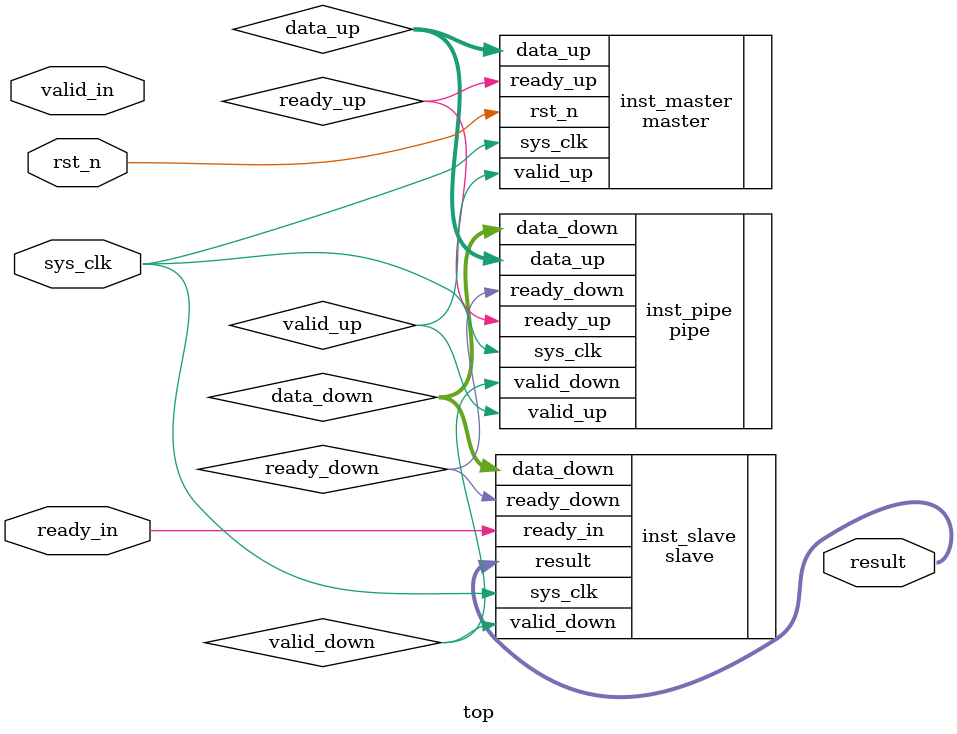
<source format=v>
module top
(
    input wire        sys_clk,
    input wire        rst_n  ,
    input wire        valid_in,
    input wire        ready_in,

    output wire [2:0] result
);

wire       valid_up;
wire       valid_down;
wire       ready_down;
wire       ready_up;
wire [2:0] data_up;
wire [2:0] data_down;


master inst_master
(
    .sys_clk (sys_clk),
    .rst_n   (rst_n),
    .ready_up(ready_up),

    .valid_up(valid_up),
    .data_up (data_up) 
);


pipe inst_pipe
(
    .sys_clk   (sys_clk),
    .valid_up  (valid_up),
    .data_up   (data_up),
    .ready_down(ready_down),

    .ready_up  (ready_up),
    .valid_down(valid_down),
    .data_down (data_down)
);


slave inst_slave
(
    .sys_clk   (sys_clk),
    .ready_in  (ready_in),
    .valid_down(valid_down),
    .data_down (data_down),


    .ready_down(ready_down),
    .result    (result)
);


endmodule
</source>
